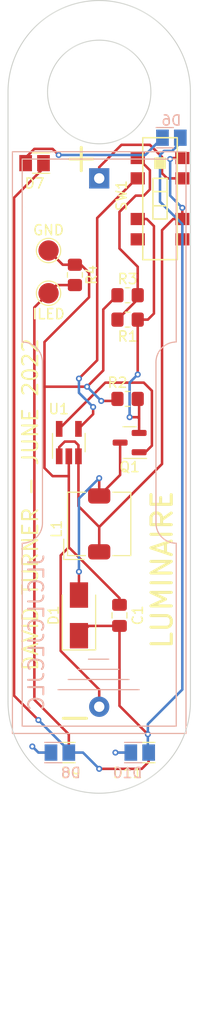
<source format=kicad_pcb>
(kicad_pcb (version 20211014) (generator pcbnew)
  (layers (0 "F.Cu" signal) (31 "B.Cu" signal) (34 "B.Paste" user) (35 "F.Paste" user) (36 "B.SilkS" user "B.Silkscreen") (37 "F.SilkS" user "F.Silkscreen") (38 "B.Mask" user) (39 "F.Mask" user) (44 "Edge.Cuts" user))
  (net 0 "")
  (net 1 "Net-(BT1-Pad1)")
  (net 2 "Net-(BT1-Pad2)")
  (net 3 "Net-(D1-Pad2)")
  (net 4 "Net-(L1-Pad1)")
  (net 5 "Net-(Q1-Pad1)")
  (net 6 "Net-(Q1-Pad2)")
  (net 7 "Net-(R1-Pad2)")
  (net 10 "Net-(SW1-Pad7)")
  (net 11 "Net-(C1-Pad1)")
  (net 12 "Net-(D10-Pad1)")
  (net 13 "Net-(D11-Pad1)")
  (net 14 "Net-(D8-Pad1)")
  (net 15 "Net-(D6-Pad1)")
  (net 16 "Net-(D9-Pad1)")
  (footprint "LED_SMD:LED_Cree-XQ_HandSoldering" (layer "F.Cu") (at 146.12 111 180)
    (fp_text reference "D9" (at -1.08 -2) (layer "F.SilkS"))
    (fp_text value "LED_SMD")
    (fp_line (start 0.2 -1) (end -1.5 -1) (layer "F.SilkS") (width 0.12))
    (fp_line (start 0.2 1) (end -1.5 1) (layer "F.SilkS") (width 0.12))
    (pad "1" smd rect (at -0.88 0 180) (size 1.25 1.6) (layers "F.Cu" "F.Paste" "F.Mask") (net 16 "Net-(D9-Pad1)"))
    (pad "2" smd rect (at 0.88 0 180) (size 1.25 1.6) (layers "F.Cu" "F.Paste" "F.Mask") (net 14 "Net-(D8-Pad1)"))
  )
  (footprint "Package_TO_SOT_SMD:SOT-23" (layer "F.Cu") (at 153 80.5 180)
    (fp_text reference "Q1" (at 0 -2.4) (layer "F.SilkS"))
    (fp_text value "FMMT618")
    (fp_line (start 0 1.56) (end -0.65 1.56) (layer "F.SilkS") (width 0.12))
    (fp_line (start 0 1.56) (end 0.65 1.56) (layer "F.SilkS") (width 0.12))
    (fp_line (start 0 -1.56) (end 0.65 -1.56) (layer "F.SilkS") (width 0.12))
    (fp_line (start 0 -1.56) (end -1.675 -1.56) (layer "F.SilkS") (width 0.12))
    (pad "1" smd roundrect (at -0.9375 -0.95 180) (size 1.475 0.6) (layers "F.Cu" "F.Paste" "F.Mask") (net 5 "Net-(Q1-Pad1)"))
    (pad "2" smd roundrect (at -0.9375 0.95 180) (size 1.475 0.6) (layers "F.Cu" "F.Paste" "F.Mask") (net 6 "Net-(Q1-Pad2)"))
    (pad "3" smd roundrect (at 0.9375 0 180) (size 1.475 0.6) (layers "F.Cu" "F.Paste" "F.Mask") (net 3 "Net-(D1-Pad2)"))
  )
  (footprint "Inductor_SMD:L_TDK_SLF6045" (layer "F.Cu") (at 150 88.5 90)
    (fp_text reference "L1" (at -0.5 -4.2 90) (layer "F.SilkS"))
    (fp_text value "68uH")
    (fp_text user "" (at -49 0.05 90) (layer "F.SilkS") (effects (font (size 3 3))))
    (fp_line (start 3.12 1.35) (end 3.12 3.12) (layer "F.SilkS") (width 0.12))
    (fp_line (start -3.12 -3.12) (end -3.12 -1.35) (layer "F.SilkS") (width 0.12))
    (fp_line (start 3.12 -3.12) (end 3.12 -1.35) (layer "F.SilkS") (width 0.12))
    (fp_line (start -3.12 3.12) (end 3.12 3.12) (layer "F.SilkS") (width 0.12))
    (fp_line (start -3.12 1.35) (end -3.12 3.12) (layer "F.SilkS") (width 0.12))
    (fp_line (start -3.5 -1.5) (end -3.5 -3.5) (layer "F.SilkS") (width 0.12))
    (fp_line (start -3.5 -3.5) (end -1.5 -3.5) (layer "F.SilkS") (width 0.12))
    (fp_line (start -3.12 -3.12) (end 3.12 -3.12) (layer "F.SilkS") (width 0.12))
    (pad "1" smd roundrect (at -2.75 0 90) (size 1.5 2.2) (layers "F.Cu" "F.Paste" "F.Mask") (net 4 "Net-(L1-Pad1)"))
    (pad "2" smd roundrect (at 2.75 0 90) (size 1.5 2.2) (layers "F.Cu" "F.Paste" "F.Mask") (net 3 "Net-(D1-Pad2)"))
  )
  (footprint "Resistor_SMD:R_0805_2012Metric_Pad1.20x1.40mm_HandSolder" (layer "F.Cu") (at 152.8 68.4 180)
    (fp_text reference "R1" (at 0 -1.65) (layer "F.SilkS"))
    (fp_text value "10")
    (fp_line (start -0.227064 0.735) (end 0.227064 0.735) (layer "F.SilkS") (width 0.12))
    (fp_line (start -0.227064 -0.735) (end 0.227064 -0.735) (layer "F.SilkS") (width 0.12))
    (pad "1" smd roundrect (at -1 0 180) (size 1.2 1.4) (layers "F.Cu" "F.Paste" "F.Mask") (roundrect_rratio 0.2083333333) (net 6 "Net-(Q1-Pad2)"))
    (pad "2" smd roundrect (at 1 0 180) (size 1.2 1.4) (layers "F.Cu" "F.Paste" "F.Mask") (roundrect_rratio 0.2083333333) (net 7 "Net-(R1-Pad2)"))
  )
  (footprint "Package_TO_SOT_SMD:SOT-23-5_HandSoldering" (layer "F.Cu") (at 147 80.5 90)
    (fp_text reference "U1" (at 3.3 -1 180) (layer "F.SilkS"))
    (fp_text value "zxsc310")
    (fp_line (start -0.9 1.61) (end 0.9 1.61) (layer "F.SilkS") (width 0.12))
    (fp_line (start 0.9 -1.61) (end -1.55 -1.61) (layer "F.SilkS") (width 0.12))
    (pad "1" smd rect (at -1.35 -0.95 90) (size 1.56 0.65) (layers "F.Cu" "F.Paste" "F.Mask") (net 4 "Net-(L1-Pad1)"))
    (pad "2" smd rect (at -1.35 0 90) (size 1.56 0.65) (layers "F.Cu" "F.Paste" "F.Mask") (net 2 "Net-(BT1-Pad2)"))
    (pad "3" smd rect (at -1.35 0.95 90) (size 1.56 0.65) (layers "F.Cu" "F.Paste" "F.Mask") (net 4 "Net-(L1-Pad1)"))
    (pad "4" smd rect (at 1.35 0.95 90) (size 1.56 0.65) (layers "F.Cu" "F.Paste" "F.Mask") (net 10 "Net-(SW1-Pad7)"))
    (pad "5" smd rect (at 1.35 -0.95 90) (size 1.56 0.65) (layers "F.Cu" "F.Paste" "F.Mask") (net 5 "Net-(Q1-Pad1)"))
  )
  (footprint "TestPoint:TestPoint_Pad_D2.0mm" (layer "F.Cu") (at 145 65.8)
    (fp_text reference "TP2" hide)
    (fp_text value "ILED" (at 0 2.05) (layer "F.SilkS"))
    (fp_circle (center 0 0) (end 0 1.2) (layer "F.SilkS") (width 0.12) (fill none))
    (pad "1" smd circle (at 0 0) (size 2 2) (layers "F.Cu" "F.Mask") (net 16 "Net-(D9-Pad1)"))
  )
  (footprint "LED_SMD:LED_Cree-XQ_HandSoldering" (layer "F.Cu") (at 143.62 53 180)
    (fp_text reference "D7" (at 0 -2) (layer "F.SilkS"))
    (fp_text value "LED_SMD")
    (fp_line (start 0.2 -1) (end -1.5 -1) (layer "F.SilkS") (width 0.12))
    (fp_line (start 0.2 1) (end -1.5 1) (layer "F.SilkS") (width 0.12))
    (pad "1" smd rect (at -0.88 0 180) (size 1.25 1.6) (layers "F.Cu" "F.Paste" "F.Mask") (net 13 "Net-(D11-Pad1)"))
    (pad "2" smd rect (at 0.88 0 180) (size 1.25 1.6) (layers "F.Cu" "F.Paste" "F.Mask") (net 15 "Net-(D6-Pad1)"))
  )
  (footprint "CL-SB-23B-0XX:CL-SB-23B-0XX" (layer "F.Cu") (at 156 56.5 90)
    (fp_text reference "SW1" (at 0.3 -3.8 90 unlocked) (layer "F.SilkS"))
    (fp_text value "SW_DP3T")
    (fp_rect (start 3 -0.5) (end 4 0.5) (layer "F.SilkS") (width 0.15) (fill solid))
    (fp_rect (start -2 -0.7) (end 2 0.7) (layer "F.SilkS") (width 0.15) (fill none))
    (fp_rect (start -0.7 -0.7) (end 0.7 0.7) (layer "F.SilkS") (width 0.15) (fill none))
    (fp_rect (start -6 -1.7) (end 6 1.7) (layer "F.SilkS") (width 0.15) (fill none))
    (pad "1" smd rect (at -4 2.2 90) (size 1.2 1.4) (layers "F.Cu" "F.Paste" "F.Mask"))
    (pad "2" smd rect (at -2 2.2 90) (size 1.2 1.4) (layers "F.Cu" "F.Paste" "F.Mask") (net 4 "Net-(L1-Pad1)"))
    (pad "3" smd rect (at 2 2.2 90) (size 1.2 1.4) (layers "F.Cu" "F.Paste" "F.Mask") (net 1 "Net-(BT1-Pad1)"))
    (pad "4" smd rect (at 4 2.2 90) (size 1.2 1.4) (layers "F.Cu" "F.Paste" "F.Mask") (net 4 "Net-(L1-Pad1)"))
    (pad "5" smd rect (at -4 -2.2 90) (size 1.2 1.4) (layers "F.Cu" "F.Paste" "F.Mask"))
    (pad "6" smd rect (at -2 -2.2 90) (size 1.2 1.4) (layers "F.Cu" "F.Paste" "F.Mask") (net 6 "Net-(Q1-Pad2)"))
    (pad "7" smd rect (at 2 -2.2 90) (size 1.2 1.4) (layers "F.Cu" "F.Paste" "F.Mask") (net 10 "Net-(SW1-Pad7)"))
    (pad "8" smd rect (at 4 -2.2 90) (size 1.2 1.4) (layers "F.Cu" "F.Paste" "F.Mask") (net 7 "Net-(R1-Pad2)"))
  )
  (footprint "Capacitor_SMD:C_0805_2012Metric_Pad1.18x1.45mm_HandSolder" (layer "F.Cu") (at 152 97.5 90)
    (fp_text reference "C1" (at 0 1.8 90) (layer "F.SilkS"))
    (fp_text value "2u2 X7R 25V")
    (fp_line (start -0.261252 0.735) (end 0.261252 0.735) (layer "F.SilkS") (width 0.12))
    (fp_line (start -0.261252 -0.735) (end 0.261252 -0.735) (layer "F.SilkS") (width 0.12))
    (pad "1" smd roundrect (at -1.0375 0 90) (size 1.175 1.45) (layers "F.Cu" "F.Paste" "F.Mask") (roundrect_rratio 0.2127659574) (net 11 "Net-(C1-Pad1)"))
    (pad "2" smd roundrect (at 1.0375 0 90) (size 1.175 1.45) (layers "F.Cu" "F.Paste" "F.Mask") (roundrect_rratio 0.2127659574) (net 2 "Net-(BT1-Pad2)"))
  )
  (footprint "Diode_SMD:D_SMA" (layer "F.Cu") (at 148 97.5 90)
    (fp_text reference "D1" (at 0 -2.5 90) (layer "F.SilkS"))
    (fp_text value "SS110L R3")
    (fp_line (start -3.4 1.65) (end 2 1.65) (layer "F.SilkS") (width 0.12))
    (fp_line (start -3.4 -1.65) (end 2 -1.65) (layer "F.SilkS") (width 0.12))
    (fp_line (start -3.4 -1.65) (end -3.4 1.65) (layer "F.SilkS") (width 0.12))
    (pad "1" smd rect (at -2 0 90) (size 2.5 1.8) (layers "F.Cu" "F.Paste" "F.Mask") (net 11 "Net-(C1-Pad1)"))
    (pad "2" smd rect (at 2 0 90) (size 2.5 1.8) (layers "F.Cu" "F.Paste" "F.Mask") (net 3 "Net-(D1-Pad2)"))
  )
  (footprint "LED_SMD:LED_Cree-XQ_HandSoldering" (layer "F.Cu") (at 154 111 180)
    (fp_text reference "D11" (at 1.2 -2) (layer "F.SilkS"))
    (fp_text value "LED_SMD")
    (fp_line (start 0.2 -1) (end -1.5 -1) (layer "F.SilkS") (width 0.12))
    (fp_line (start 0.2 1) (end -1.5 1) (layer "F.SilkS") (width 0.12))
    (pad "1" smd rect (at -0.88 0 180) (size 1.25 1.6) (layers "F.Cu" "F.Paste" "F.Mask") (net 13 "Net-(D11-Pad1)"))
    (pad "2" smd rect (at 0.88 0 180) (size 1.25 1.6) (layers "F.Cu" "F.Paste" "F.Mask") (net 12 "Net-(D10-Pad1)"))
  )
  (footprint "Resistor_SMD:R_0805_2012Metric_Pad1.20x1.40mm_HandSolder" (layer "F.Cu") (at 152.8 76.2 180)
    (fp_text reference "R2" (at 1 1.6) (layer "F.SilkS"))
    (fp_text value "150mR")
    (fp_line (start -0.227064 -0.735) (end 0.227064 -0.735) (layer "F.SilkS") (width 0.12))
    (fp_line (start -0.227064 0.735) (end 0.227064 0.735) (layer "F.SilkS") (width 0.12))
    (pad "1" smd roundrect (at -1 0 180) (size 1.2 1.4) (layers "F.Cu" "F.Paste" "F.Mask") (roundrect_rratio 0.2083333333) (net 6 "Net-(Q1-Pad2)"))
    (pad "2" smd roundrect (at 1 0 180) (size 1.2 1.4) (layers "F.Cu" "F.Paste" "F.Mask") (roundrect_rratio 0.2083333333) (net 2 "Net-(BT1-Pad2)"))
  )
  (footprint "Resistor_SMD:R_0805_2012Metric_Pad1.20x1.40mm_HandSolder" (layer "F.Cu") (at 152.8 66 180)
    (fp_text reference "R3" (at 0 1.6) (layer "F.SilkS"))
    (fp_text value "10")
    (fp_line (start -0.227064 -0.735) (end 0.227064 -0.735) (layer "F.SilkS") (width 0.12))
    (fp_line (start -0.227064 0.735) (end 0.227064 0.735) (layer "F.SilkS") (width 0.12))
    (pad "1" smd roundrect (at -1 0 180) (size 1.2 1.4) (layers "F.Cu" "F.Paste" "F.Mask") (roundrect_rratio 0.2083333333) (net 7 "Net-(R1-Pad2)"))
    (pad "2" smd roundrect (at 1 0 180) (size 1.2 1.4) (layers "F.Cu" "F.Paste" "F.Mask") (roundrect_rratio 0.2083333333) (net 2 "Net-(BT1-Pad2)"))
  )
  (footprint "Resistor_SMD:R_0805_2012Metric_Pad1.20x1.40mm_HandSolder" (layer "F.Cu") (at 147.6 64 -90)
    (fp_text reference "R4" (at 0 -1.65 90) (layer "F.SilkS"))
    (fp_text value "10")
    (fp_line (start -0.227064 0.735) (end 0.227064 0.735) (layer "F.SilkS") (width 0.12))
    (fp_line (start -0.227064 -0.735) (end 0.227064 -0.735) (layer "F.SilkS") (width 0.12))
    (pad "1" smd roundrect (at -1 0 270) (size 1.2 1.4) (layers "F.Cu" "F.Paste" "F.Mask") (roundrect_rratio 0.2083333333) (net 2 "Net-(BT1-Pad2)"))
    (pad "2" smd roundrect (at 1 0 270) (size 1.2 1.4) (layers "F.Cu" "F.Paste" "F.Mask") (roundrect_rratio 0.2083333333) (net 16 "Net-(D9-Pad1)"))
  )
  (footprint "TestPoint:TestPoint_Pad_D2.0mm" (layer "F.Cu") (at 145 61.6)
    (fp_text reference "TP1" hide)
    (fp_text value "GND" (at 0 -2) (layer "F.SilkS"))
    (fp_circle (center 0 0) (end 0 1.2) (layer "F.SilkS") (width 0.12) (fill none))
    (pad "1" smd circle (at 0 0) (size 2 2) (layers "F.Cu" "F.Mask") (net 2 "Net-(BT1-Pad2)"))
  )
  (footprint "LED_SMD:LED_Cree-XQ_HandSoldering" (layer "B.Cu") (at 157.12 50.5)
    (fp_text reference "D6" (at 0 -1.7) (layer "B.SilkS") (effects (justify mirror)))
    (fp_text value "LED_SMD")
    (fp_line (start 0.2 1) (end -1.5 1) (layer "B.SilkS") (width 0.12))
    (fp_line (start 0.2 -1) (end -1.5 -1) (layer "B.SilkS") (width 0.12))
    (pad "1" smd rect (at -0.88 0) (size 1.25 1.6) (layers "B.Cu" "B.Paste" "B.Mask") (net 15 "Net-(D6-Pad1)"))
    (pad "2" smd rect (at 0.88 0) (size 1.25 1.6) (layers "B.Cu" "B.Paste" "B.Mask") (net 11 "Net-(C1-Pad1)"))
  )
  (footprint "LED_SMD:LED_Cree-XQ_HandSoldering" (layer "B.Cu") (at 154 111)
    (fp_text reference "D10" (at -1.2 2) (layer "B.SilkS") (effects (justify mirror)))
    (fp_text value "LED_SMD")
    (fp_line (start 0.2 1) (end -1.5 1) (layer "B.SilkS") (width 0.12))
    (fp_line (start 0.2 -1) (end -1.5 -1) (layer "B.SilkS") (width 0.12))
    (pad "1" smd rect (at -0.88 0) (size 1.25 1.6) (layers "B.Cu" "B.Paste" "B.Mask") (net 12 "Net-(D10-Pad1)"))
    (pad "2" smd rect (at 0.88 0) (size 1.25 1.6) (layers "B.Cu" "B.Paste" "B.Mask") (net 11 "Net-(C1-Pad1)"))
  )
  (footprint "LED_SMD:LED_Cree-XQ_HandSoldering" (layer "B.Cu") (at 146.12 111)
    (fp_text reference "D8" (at 1.08 2) (layer "B.SilkS") (effects (justify mirror)))
    (fp_text value "LED_SMD")
    (fp_line (start 0.2 -1) (end -1.5 -1) (layer "B.SilkS") (width 0.12))
    (fp_line (start 0.2 1) (end -1.5 1) (layer "B.SilkS") (width 0.12))
    (pad "1" smd rect (at -0.88 0) (size 1.25 1.6) (layers "B.Cu" "B.Paste" "B.Mask") (net 14 "Net-(D8-Pad1)"))
    (pad "2" smd rect (at 0.88 0) (size 1.25 1.6) (layers "B.Cu" "B.Paste" "B.Mask") (net 13 "Net-(D11-Pad1)"))
  )
  (footprint "Battery:BatteryHolder_Keystone_2460_1xAA" (layer "B.Cu") (at 150 54.5 -90)
    (fp_text reference "BT1" hide)
    (fp_text value "1xAA Holder")
    (fp_text user "+" (at -1.9 2 90) (layer "F.SilkS") (effects (font (size 3 3) (thickness 0.3)) (justify mirror)))
    (fp_text user "-" (at 52.9 2.4 180) (layer "F.SilkS") (effects (font (size 3 3) (thickness 0.3)) (justify mirror)))
    (fp_line (start -2.62 8.565) (end 54.62 8.565) (layer "B.SilkS") (width 0.12))
    (fp_line (start 49.31 -2.94) (end 49.31 3.06) (layer "B.SilkS") (width 0.12))
    (fp_line (start 33.9 -5.6) (end 18.1 -5.6) (layer "B.SilkS") (width 0.12))
    (fp_line (start 35.9 7.6) (end 53.9 7.6) (layer "B.SilkS") (width 0.12))
    (fp_line (start 50.31 4.06) (end 50.31 -3.94) (layer "B.SilkS") (width 0.12))
    (fp_line (start -1.9 -7.6) (end 16.1 -7.6) (layer "B.SilkS") (width 0.12))
    (fp_line (start 18.1 5.6) (end 33.9 5.6) (layer "B.SilkS") (width 0.12))
    (fp_line (start 47.31 1.06) (end 47.31 -0.94) (layer "B.SilkS") (width 0.12))
    (fp_line (start 54.62 -8.565) (end -2.62 -8.565) (layer "B.SilkS") (width 0.12))
    (fp_line (start -2.62 -8.565) (end -2.62 8.565) (layer "B.SilkS") (width 0.12))
    (fp_line (start 54.62 8.565) (end 54.62 -8.565) (layer "B.SilkS") (width 0.12))
    (fp_line (start 48.31 2.06) (end 48.31 -1.94) (layer "B.SilkS") (width 0.12))
    (fp_line (start 53.9 7.6) (end 53.9 -7.6) (layer "B.SilkS") (width 0.12))
    (fp_line (start 35.9 -7.6) (end 53.9 -7.6) (layer "B.SilkS") (width 0.12))
    (fp_line (start -1.9 7.6) (end -1.9 -7.6) (layer "B.SilkS") (width 0.12))
    (fp_line (start -1.9 7.6) (end 16.1 7.6) (layer "B.SilkS") (width 0.12))
    (fp_arc (start 35.9 -7.6) (mid 35.314214 -6.185786) (end 33.9 -5.6) (layer "B.SilkS") (width 0.12))
    (fp_arc (start 18.1 -5.6) (mid 16.685786 -6.185786) (end 16.1 -7.6) (layer "B.SilkS") (width 0.12))
    (fp_arc (start 33.9 5.6) (mid 35.314214 6.185786) (end 35.9 7.6) (layer "B.SilkS") (width 0.12))
    (fp_arc (start 16.1 7.6) (mid 16.685786 6.185786) (end 18.1 5.6) (layer "B.SilkS") (width 0.12))
    (pad "" np_thru_hole circle (at 49.23 -5.995 270) (size 2.64 2.64) (drill 2.64) (layers *.Cu *.Mask))
    (pad "" np_thru_hole circle (at 2.75 5.995 180) (size 2.64 2.64) (drill 2.64) (layers *.Cu *.Mask))
    (pad "1" thru_hole rect (at 0 0 90) (size 2 2) (drill 1.02) (layers *.Cu *.Mask) (net 1 "Net-(BT1-Pad1)"))
    (pad "2" thru_hole circle (at 51.99 0 90) (size 2 2) (drill 1.02) (layers *.Cu *.Mask) (net 2 "Net-(BT1-Pad2)"))
  )
  (gr_arc (start 141 46) (mid 150 37) (end 159 46) (layer "Edge.Cuts") (width 0.1))
  (gr_arc (start 159 106) (mid 150 115) (end 141 106) (layer "Edge.Cuts") (width 0.1))
  (gr_circle (center 150 46) (end 155 45) (layer "Edge.Cuts") (width 0.1) (fill none))
  (gr_line (start 159 106) (end 159 46) (layer "Edge.Cuts") (width 0.1))
  (gr_line (start 141 46) (end 141 106) (layer "Edge.Cuts") (width 0.1))
  (gr_text "JLCJLCJLCJLC" (at 143.8 99.2 90) (layer "B.SilkS") (effects (font (size 1.5 1.5) (thickness 0.2)) (justify mirror)))
  (gr_text "DAVID TURNER - JUNE 2022" (at 143.2 86.6 90) (layer "F.SilkS") (effects (font (size 1.5 1.5) (thickness 0.2))))
  (gr_text "LUMINAIRE" (at 156.2 93 90) (layer "F.SilkS") (effects (font (size 2 2) (thickness 0.3))))
  (segment (start 150 54.5) (end 150 53.4) (width 0.25) (layer "F.Cu") (net 1))
  (segment (start 152.2 51.2) (end 155 51.2) (width 0.25) (layer "F.Cu") (net 1))
  (segment (start 155 51.2) (end 156.2 52.4) (width 0.25) (layer "F.Cu") (net 1))
  (segment (start 156.2 54) (end 156.7 54.5) (width 0.25) (layer "F.Cu") (net 1))
  (segment (start 156.7 54.5) (end 158.2 54.5) (width 0.25) (layer "F.Cu") (net 1))
  (segment (start 150 53.4) (end 152.2 51.2) (width 0.25) (layer "F.Cu") (net 1))
  (segment (start 156.2 52.4) (end 156.2 54) (width 0.25) (layer "F.Cu") (net 1))
  (segment (start 151.8 66) (end 150.4 67.4) (width 0.25) (layer "F.Cu") (net 2))
  (segment (start 145 61.6) (end 146.4 63) (width 0.25) (layer "F.Cu") (net 2))
  (segment (start 150.4 67.4) (end 150.4 67.6) (width 0.25) (layer "F.Cu") (net 2))
  (segment (start 147 81.85) (end 147 83.8) (width 0.25) (layer "F.Cu") (net 2))
  (segment (start 146.2 91.6) (end 147 90.8) (width 0.25) (layer "F.Cu") (net 2))
  (segment (start 147 83.8) (end 145.4 83.8) (width 0.25) (layer "F.Cu") (net 2))
  (segment (start 151.6 76.4) (end 150.2 76.4) (width 0.25) (layer "F.Cu") (net 2))
  (segment (start 146.2 101) (end 146.2 91.6) (width 0.25) (layer "F.Cu") (net 2))
  (segment (start 150.4 73.4) (end 148.8 75) (width 0.25) (layer "F.Cu") (net 2))
  (segment (start 144.6 70.6) (end 149 66.2) (width 0.25) (layer "F.Cu") (net 2))
  (segment (start 150 104.8) (end 146.2 101) (width 0.25) (layer "F.Cu") (net 2))
  (segment (start 148.2 63) (end 147.6 63) (width 0.25) (layer "F.Cu") (net 2))
  (segment (start 147 90.8) (end 152 95.8) (width 0.25) (layer "F.Cu") (net 2))
  (segment (start 150 106.49) (end 150 104.8) (width 0.25) (layer "F.Cu") (net 2))
  (segment (start 151.8 76.2) (end 151.6 76.4) (width 0.25) (layer "F.Cu") (net 2))
  (segment (start 149 63.8) (end 148.2 63) (width 0.25) (layer "F.Cu") (net 2))
  (segment (start 150.4 67.6) (end 150.4 73.4) (width 0.25) (layer "F.Cu") (net 2))
  (segment (start 144.6 75) (end 144.6 70.6) (width 0.25) (layer "F.Cu") (net 2))
  (segment (start 152 95.8) (end 152 96.4625) (width 0.25) (layer "F.Cu") (net 2))
  (segment (start 146.4 63) (end 147.6 63) (width 0.25) (layer "F.Cu") (net 2))
  (segment (start 149 66.2) (end 149 63.8) (width 0.25) (layer "F.Cu") (net 2))
  (segment (start 148.8 75) (end 144.6 75) (width 0.25) (layer "F.Cu") (net 2))
  (segment (start 144.6 83) (end 144.6 75) (width 0.25) (layer "F.Cu") (net 2))
  (segment (start 147 83.8) (end 147 90.8) (width 0.25) (layer "F.Cu") (net 2))
  (segment (start 145.4 83.8) (end 144.6 83) (width 0.25) (layer "F.Cu") (net 2))
  (via (at 150.2 76.4) (size 0.6) (drill 0.3) (layers "F.Cu" "B.Cu") (net 2))
  (via (at 148.8 75) (size 0.6) (drill 0.3) (layers "F.Cu" "B.Cu") (net 2))
  (segment (start 150.2 76.4) (end 148.8 75) (width 0.25) (layer "B.Cu") (net 2))
  (segment (start 148 93.2) (end 148 95.5) (width 0.25) (layer "F.Cu") (net 3))
  (segment (start 152.0625 83.6875) (end 152.0625 80.5) (width 0.25) (layer "F.Cu") (net 3))
  (segment (start 152.0625 83.6875) (end 150 85.75) (width 0.25) (layer "F.Cu") (net 3))
  (segment (start 150 84) (end 150 85.75) (width 0.25) (layer "F.Cu") (net 3))
  (via (at 148 93.2) (size 0.6) (drill 0.3) (layers "F.Cu" "B.Cu") (net 3))
  (via (at 150 84) (size 0.6) (drill 0.3) (layers "F.Cu" "B.Cu") (net 3))
  (segment (start 150 84) (end 148 86) (width 0.25) (layer "B.Cu") (net 3))
  (segment (start 148 86) (end 148 93.2) (width 0.25) (layer "B.Cu") (net 3))
  (segment (start 150 91.25) (end 150 88.8) (width 0.25) (layer "F.Cu") (net 4))
  (segment (start 157.1 52.5) (end 157 52.6) (width 0.25) (layer "F.Cu") (net 4))
  (segment (start 150 88.8) (end 156.2 82.6) (width 0.25) (layer "F.Cu") (net 4))
  (segment (start 157.3 58.5) (end 156.2 59.6) (width 0.25) (layer "F.Cu") (net 4))
  (segment (start 146.05 80.95) (end 146.05 81.85) (width 0.25) (layer "F.Cu") (net 4))
  (segment (start 147.95 80.75) (end 147.6 80.4) (width 0.25) (layer "F.Cu") (net 4))
  (segment (start 146.6 80.4) (end 146.05 80.95) (width 0.25) (layer "F.Cu") (net 4))
  (segment (start 156.2 59.6) (end 156.2 82.6) (width 0.25) (layer "F.Cu") (net 4))
  (segment (start 147.6 80.4) (end 146.6 80.4) (width 0.25) (layer "F.Cu") (net 4))
  (segment (start 158.2 58.5) (end 157.3 58.5) (width 0.25) (layer "F.Cu") (net 4))
  (segment (start 147.95 81.85) (end 147.95 80.75) (width 0.25) (layer "F.Cu") (net 4))
  (segment (start 147.95 81.85) (end 147.95 86.75) (width 0.25) (layer "F.Cu") (net 4))
  (segment (start 158.2 57.4) (end 158.2 58.5) (width 0.25) (layer "F.Cu") (net 4))
  (segment (start 147.95 86.75) (end 150 88.8) (width 0.25) (layer "F.Cu") (net 4))
  (segment (start 158.2 52.5) (end 157.1 52.5) (width 0.25) (layer "F.Cu") (net 4))
  (via (at 157 52.6) (size 0.6) (drill 0.3) (layers "F.Cu" "B.Cu") (net 4))
  (via (at 158.2 57.4) (size 0.6) (drill 0.3) (layers "F.Cu" "B.Cu") (net 4))
  (segment (start 157 56.2) (end 158.2 57.4) (width 0.25) (layer "B.Cu") (net 4))
  (segment (start 157 52.6) (end 157 56.2) (width 0.25) (layer "B.Cu") (net 4))
  (segment (start 154.55 81.45) (end 155.2 80.8) (width 0.25) (layer "F.Cu") (net 5))
  (segment (start 154.4 74.6) (end 150.6 74.6) (width 0.25) (layer "F.Cu") (net 5))
  (segment (start 155.2 80.8) (end 155.2 75.4) (width 0.25) (layer "F.Cu") (net 5))
  (segment (start 150.6 74.6) (end 146.05 79.15) (width 0.25) (layer "F.Cu") (net 5))
  (segment (start 153.9375 81.45) (end 154.55 81.45) (width 0.25) (layer "F.Cu") (net 5))
  (segment (start 155.2 75.4) (end 154.4 74.6) (width 0.25) (layer "F.Cu") (net 5))
  (segment (start 154.7 58.5) (end 155.4 59.2) (width 0.25) (layer "F.Cu") (net 6))
  (segment (start 153.9375 79.55) (end 153.9375 78.1375) (width 0.25) (layer "F.Cu") (net 6))
  (segment (start 153.8 78) (end 153.9375 78.1375) (width 0.25) (layer "F.Cu") (net 6))
  (segment (start 153.8 58.5) (end 154.7 58.5) (width 0.25) (layer "F.Cu") (net 6))
  (segment (start 155.4 59.2) (end 155.4 67.8) (width 0.25) (layer "F.Cu") (net 6))
  (segment (start 153 78) (end 153.8 78) (width 0.25) (layer "F.Cu") (net 6))
  (segment (start 155.4 67.8) (end 154.8 68.4) (width 0.25) (layer "F.Cu") (net 6))
  (segment (start 153.9375 78.1375) (end 153.9375 76.3375) (width 0.25) (layer "F.Cu") (net 6))
  (segment (start 153.8 68.4) (end 153.8 73.8) (width 0.25) (layer "F.Cu") (net 6))
  (segment (start 153.9375 76.3375) (end 153.8 76.2) (width 0.25) (layer "F.Cu") (net 6))
  (segment (start 154.8 68.4) (end 153.8 68.4) (width 0.25) (layer "F.Cu") (net 6))
  (via (at 153 78) (size 0.6) (drill 0.3) (layers "F.Cu" "B.Cu") (net 6))
  (via (at 153.8 73.8) (size 0.6) (drill 0.3) (layers "F.Cu" "B.Cu") (net 6))
  (segment (start 153.8 73.8) (end 153 74.6) (width 0.25) (layer "B.Cu") (net 6))
  (segment (start 153 74.6) (end 153 78) (width 0.25) (layer "B.Cu") (net 6))
  (segment (start 155 55.6) (end 155 53.7) (width 0.25) (layer "F.Cu") (net 7))
  (segment (start 152 61.4) (end 152 57.8) (width 0.25) (layer "F.Cu") (net 7))
  (segment (start 153.8 63.2) (end 152 61.4) (width 0.25) (layer "F.Cu") (net 7))
  (segment (start 153.6 56.2) (end 154.4 56.2) (width 0.25) (layer "F.Cu") (net 7))
  (segment (start 154.4 56.2) (end 155 55.6) (width 0.25) (layer "F.Cu") (net 7))
  (segment (start 152 57.8) (end 153.6 56.2) (width 0.25) (layer "F.Cu") (net 7))
  (segment (start 153.8 66) (end 153.8 63.2) (width 0.25) (layer "F.Cu") (net 7))
  (segment (start 153.8 66.4) (end 153.8 66) (width 0.25) (layer "F.Cu") (net 7))
  (segment (start 155 53.7) (end 153.8 52.5) (width 0.25) (layer "F.Cu") (net 7))
  (segment (start 151.8 68.4) (end 153.8 66.4) (width 0.25) (layer "F.Cu") (net 7))
  (segment (start 153.7 54.5) (end 153.8 54.5) (width 0.25) (layer "F.Cu") (net 10))
  (segment (start 149.8 58.4) (end 153.7 54.5) (width 0.25) (layer "F.Cu") (net 10))
  (segment (start 149.8 72.4) (end 149.8 58.4) (width 0.25) (layer "F.Cu") (net 10))
  (segment (start 149.4 77.7) (end 149.4 77) (width 0.25) (layer "F.Cu") (net 10))
  (segment (start 148 74.2) (end 149.8 72.4) (width 0.25) (layer "F.Cu") (net 10))
  (segment (start 147.95 79.15) (end 149.4 77.7) (width 0.25) (layer "F.Cu") (net 10))
  (via (at 149.4 77) (size 0.6) (drill 0.3) (layers "F.Cu" "B.Cu") (net 10))
  (via (at 148 74.2) (size 0.6) (drill 0.3) (layers "F.Cu" "B.Cu") (net 10))
  (segment (start 148 75.6) (end 148 74.2) (width 0.25) (layer "B.Cu") (net 10))
  (segment (start 149.4 77) (end 148 75.6) (width 0.25) (layer "B.Cu") (net 10))
  (segment (start 152 106.4) (end 154.8 109.2) (width 0.25) (layer "F.Cu") (net 11))
  (segment (start 152 98.5375) (end 152 106.4) (width 0.25) (layer "F.Cu") (net 11))
  (segment (start 152 98.5375) (end 148.9625 98.5375) (width 0.25) (layer "F.Cu") (net 11))
  (segment (start 148.9625 98.5375) (end 148 99.5) (width 0.25) (layer "F.Cu") (net 11))
  (via (at 154.8 109.2) (size 0.6) (drill 0.3) (layers "F.Cu" "B.Cu") (net 11))
  (segment (start 158.2 104.8) (end 154.8 108.2) (width 0.25) (layer "B.Cu") (net 11))
  (segment (start 154.8 109.2) (end 154.8 110.92) (width 0.25) (layer "B.Cu") (net 11))
  (segment (start 158 50.5) (end 158 51) (width 0.25) (layer "B.Cu") (net 11))
  (segment (start 158.2 59) (end 158.2 104.8) (width 0.25) (layer "B.Cu") (net 11))
  (segment (start 156.4 51.8) (end 156 52.2) (width 0.25) (layer "B.Cu") (net 11))
  (segment (start 157.2 51.8) (end 156.4 51.8) (width 0.25) (layer "B.Cu") (net 11))
  (segment (start 158 51) (end 157.2 51.8) (width 0.25) (layer "B.Cu") (net 11))
  (segment (start 154.8 110.92) (end 154.88 111) (width 0.25) (layer "B.Cu") (net 11))
  (segment (start 156 52.2) (end 156 56.8) (width 0.25) (layer "B.Cu") (net 11))
  (segment (start 154.8 108.2) (end 154.8 109.2) (width 0.25) (layer "B.Cu") (net 11))
  (segment (start 156 56.8) (end 158.2 59) (width 0.25) (layer "B.Cu") (net 11))
  (segment (start 151.6 111) (end 153.12 111) (width 0.25) (layer "F.Cu") (net 12))
  (via (at 151.6 111) (size 0.6) (drill 0.3) (layers "F.Cu" "B.Cu") (net 12))
  (segment (start 153.12 111) (end 151.6 111) (width 0.25) (layer "B.Cu") (net 12))
  (segment (start 154.88 111) (end 154.88 111.92) (width 0.25) (layer "F.Cu") (net 13))
  (segment (start 154.88 111.92) (end 154.2 112.6) (width 0.25) (layer "F.Cu") (net 13))
  (segment (start 144.5 53.5) (end 141.6 56.4) (width 0.25) (layer "F.Cu") (net 13))
  (segment (start 141.6 105.4) (end 144 107.8) (width 0.25) (layer "F.Cu") (net 13))
  (segment (start 144.5 53) (end 144.5 53.5) (width 0.25) (layer "F.Cu") (net 13))
  (segment (start 154.2 112.6) (end 150 112.6) (width 0.25) (layer "F.Cu") (net 13))
  (segment (start 141.6 56.4) (end 141.6 105.4) (width 0.25) (layer "F.Cu") (net 13))
  (via (at 144 107.8) (size 0.6) (drill 0.3) (layers "F.Cu" "B.Cu") (net 13))
  (via (at 150 112.6) (size 0.6) (drill 0.3) (layers "F.Cu" "B.Cu") (net 13))
  (segment (start 147 110.8) (end 147 111) (width 0.25) (layer "B.Cu") (net 13))
  (segment (start 148.4 111) (end 147 111) (width 0.25) (layer "B.Cu") (net 13))
  (segment (start 144 107.8) (end 147 110.8) (width 0.25) (layer "B.Cu") (net 13))
  (segment (start 150 112.6) (end 148.4 111) (width 0.25) (layer "B.Cu") (net 13))
  (segment (start 145.24 111) (end 144 111) (width 0.25) (layer "F.Cu") (net 14))
  (segment (start 144 111) (end 143.4 110.4) (width 0.25) (layer "F.Cu") (net 14))
  (via (at 143.4 110.4) (size 0.6) (drill 0.3) (layers "F.Cu" "B.Cu") (net 14))
  (segment (start 144 111) (end 145.24 111) (width 0.25) (layer "B.Cu") (net 14))
  (segment (start 143.4 110.4) (end 144 111) (width 0.25) (layer "B.Cu") (net 14))
  (segment (start 143.6 51.6) (end 145.4 51.6) (width 0.25) (layer "F.Cu") (net 15))
  (segment (start 142.74 53) (end 142.74 52.46) (width 0.25) (layer "F.Cu") (net 15))
  (segment (start 145.4 51.6) (end 146 52.2) (width 0.25) (layer "F.Cu") (net 15))
  (segment (start 142.74 52.46) (end 143.6 51.6) (width 0.25) (layer "F.Cu") (net 15))
  (via (at 146 52.2) (size 0.6) (drill 0.3) (layers "F.Cu" "B.Cu") (net 15))
  (segment (start 154.54 52.2) (end 156.24 50.5) (width 0.25) (layer "B.Cu") (net 15))
  (segment (start 146 52.2) (end 154.54 52.2) (width 0.25) (layer "B.Cu") (net 15))
  (segment (start 145 65.8) (end 145.8 65) (width 0.25) (layer "F.Cu") (net 16))
  (segment (start 143.6 105.8) (end 147 109.2) (width 0.25) (layer "F.Cu") (net 16))
  (segment (start 145 65.8) (end 143.6 67.2) (width 0.25) (layer "F.Cu") (net 16))
  (segment (start 145.8 65) (end 147.6 65) (width 0.25) (layer "F.Cu") (net 16))
  (segment (start 143.6 67.2) (end 143.6 105.8) (width 0.25) (layer "F.Cu") (net 16))
  (segment (start 147 109.2) (end 147 111) (width 0.25) (layer "F.Cu") (net 16))
)
</source>
